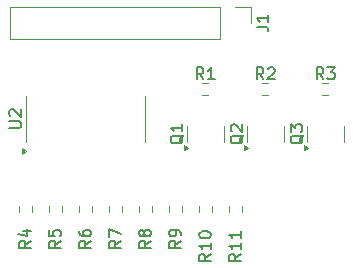
<source format=gbr>
%TF.GenerationSoftware,KiCad,Pcbnew,8.0.8*%
%TF.CreationDate,2025-02-24T20:51:07+00:00*%
%TF.ProjectId,7-segment,372d7365-676d-4656-9e74-2e6b69636164,rev?*%
%TF.SameCoordinates,Original*%
%TF.FileFunction,Legend,Top*%
%TF.FilePolarity,Positive*%
%FSLAX46Y46*%
G04 Gerber Fmt 4.6, Leading zero omitted, Abs format (unit mm)*
G04 Created by KiCad (PCBNEW 8.0.8) date 2025-02-24 20:51:07*
%MOMM*%
%LPD*%
G01*
G04 APERTURE LIST*
%ADD10C,0.150000*%
%ADD11C,0.120000*%
G04 APERTURE END LIST*
D10*
X119213333Y-41094819D02*
X118880000Y-40618628D01*
X118641905Y-41094819D02*
X118641905Y-40094819D01*
X118641905Y-40094819D02*
X119022857Y-40094819D01*
X119022857Y-40094819D02*
X119118095Y-40142438D01*
X119118095Y-40142438D02*
X119165714Y-40190057D01*
X119165714Y-40190057D02*
X119213333Y-40285295D01*
X119213333Y-40285295D02*
X119213333Y-40428152D01*
X119213333Y-40428152D02*
X119165714Y-40523390D01*
X119165714Y-40523390D02*
X119118095Y-40571009D01*
X119118095Y-40571009D02*
X119022857Y-40618628D01*
X119022857Y-40618628D02*
X118641905Y-40618628D01*
X119594286Y-40190057D02*
X119641905Y-40142438D01*
X119641905Y-40142438D02*
X119737143Y-40094819D01*
X119737143Y-40094819D02*
X119975238Y-40094819D01*
X119975238Y-40094819D02*
X120070476Y-40142438D01*
X120070476Y-40142438D02*
X120118095Y-40190057D01*
X120118095Y-40190057D02*
X120165714Y-40285295D01*
X120165714Y-40285295D02*
X120165714Y-40380533D01*
X120165714Y-40380533D02*
X120118095Y-40523390D01*
X120118095Y-40523390D02*
X119546667Y-41094819D01*
X119546667Y-41094819D02*
X120165714Y-41094819D01*
X102054819Y-54776666D02*
X101578628Y-55109999D01*
X102054819Y-55348094D02*
X101054819Y-55348094D01*
X101054819Y-55348094D02*
X101054819Y-54967142D01*
X101054819Y-54967142D02*
X101102438Y-54871904D01*
X101102438Y-54871904D02*
X101150057Y-54824285D01*
X101150057Y-54824285D02*
X101245295Y-54776666D01*
X101245295Y-54776666D02*
X101388152Y-54776666D01*
X101388152Y-54776666D02*
X101483390Y-54824285D01*
X101483390Y-54824285D02*
X101531009Y-54871904D01*
X101531009Y-54871904D02*
X101578628Y-54967142D01*
X101578628Y-54967142D02*
X101578628Y-55348094D01*
X101054819Y-53871904D02*
X101054819Y-54348094D01*
X101054819Y-54348094D02*
X101531009Y-54395713D01*
X101531009Y-54395713D02*
X101483390Y-54348094D01*
X101483390Y-54348094D02*
X101435771Y-54252856D01*
X101435771Y-54252856D02*
X101435771Y-54014761D01*
X101435771Y-54014761D02*
X101483390Y-53919523D01*
X101483390Y-53919523D02*
X101531009Y-53871904D01*
X101531009Y-53871904D02*
X101626247Y-53824285D01*
X101626247Y-53824285D02*
X101864342Y-53824285D01*
X101864342Y-53824285D02*
X101959580Y-53871904D01*
X101959580Y-53871904D02*
X102007200Y-53919523D01*
X102007200Y-53919523D02*
X102054819Y-54014761D01*
X102054819Y-54014761D02*
X102054819Y-54252856D01*
X102054819Y-54252856D02*
X102007200Y-54348094D01*
X102007200Y-54348094D02*
X101959580Y-54395713D01*
X117530057Y-45815238D02*
X117482438Y-45910476D01*
X117482438Y-45910476D02*
X117387200Y-46005714D01*
X117387200Y-46005714D02*
X117244342Y-46148571D01*
X117244342Y-46148571D02*
X117196723Y-46243809D01*
X117196723Y-46243809D02*
X117196723Y-46339047D01*
X117434819Y-46291428D02*
X117387200Y-46386666D01*
X117387200Y-46386666D02*
X117291961Y-46481904D01*
X117291961Y-46481904D02*
X117101485Y-46529523D01*
X117101485Y-46529523D02*
X116768152Y-46529523D01*
X116768152Y-46529523D02*
X116577676Y-46481904D01*
X116577676Y-46481904D02*
X116482438Y-46386666D01*
X116482438Y-46386666D02*
X116434819Y-46291428D01*
X116434819Y-46291428D02*
X116434819Y-46100952D01*
X116434819Y-46100952D02*
X116482438Y-46005714D01*
X116482438Y-46005714D02*
X116577676Y-45910476D01*
X116577676Y-45910476D02*
X116768152Y-45862857D01*
X116768152Y-45862857D02*
X117101485Y-45862857D01*
X117101485Y-45862857D02*
X117291961Y-45910476D01*
X117291961Y-45910476D02*
X117387200Y-46005714D01*
X117387200Y-46005714D02*
X117434819Y-46100952D01*
X117434819Y-46100952D02*
X117434819Y-46291428D01*
X116530057Y-45481904D02*
X116482438Y-45434285D01*
X116482438Y-45434285D02*
X116434819Y-45339047D01*
X116434819Y-45339047D02*
X116434819Y-45100952D01*
X116434819Y-45100952D02*
X116482438Y-45005714D01*
X116482438Y-45005714D02*
X116530057Y-44958095D01*
X116530057Y-44958095D02*
X116625295Y-44910476D01*
X116625295Y-44910476D02*
X116720533Y-44910476D01*
X116720533Y-44910476D02*
X116863390Y-44958095D01*
X116863390Y-44958095D02*
X117434819Y-45529523D01*
X117434819Y-45529523D02*
X117434819Y-44910476D01*
X114133333Y-41094819D02*
X113800000Y-40618628D01*
X113561905Y-41094819D02*
X113561905Y-40094819D01*
X113561905Y-40094819D02*
X113942857Y-40094819D01*
X113942857Y-40094819D02*
X114038095Y-40142438D01*
X114038095Y-40142438D02*
X114085714Y-40190057D01*
X114085714Y-40190057D02*
X114133333Y-40285295D01*
X114133333Y-40285295D02*
X114133333Y-40428152D01*
X114133333Y-40428152D02*
X114085714Y-40523390D01*
X114085714Y-40523390D02*
X114038095Y-40571009D01*
X114038095Y-40571009D02*
X113942857Y-40618628D01*
X113942857Y-40618628D02*
X113561905Y-40618628D01*
X115085714Y-41094819D02*
X114514286Y-41094819D01*
X114800000Y-41094819D02*
X114800000Y-40094819D01*
X114800000Y-40094819D02*
X114704762Y-40237676D01*
X114704762Y-40237676D02*
X114609524Y-40332914D01*
X114609524Y-40332914D02*
X114514286Y-40380533D01*
X124293333Y-41094819D02*
X123960000Y-40618628D01*
X123721905Y-41094819D02*
X123721905Y-40094819D01*
X123721905Y-40094819D02*
X124102857Y-40094819D01*
X124102857Y-40094819D02*
X124198095Y-40142438D01*
X124198095Y-40142438D02*
X124245714Y-40190057D01*
X124245714Y-40190057D02*
X124293333Y-40285295D01*
X124293333Y-40285295D02*
X124293333Y-40428152D01*
X124293333Y-40428152D02*
X124245714Y-40523390D01*
X124245714Y-40523390D02*
X124198095Y-40571009D01*
X124198095Y-40571009D02*
X124102857Y-40618628D01*
X124102857Y-40618628D02*
X123721905Y-40618628D01*
X124626667Y-40094819D02*
X125245714Y-40094819D01*
X125245714Y-40094819D02*
X124912381Y-40475771D01*
X124912381Y-40475771D02*
X125055238Y-40475771D01*
X125055238Y-40475771D02*
X125150476Y-40523390D01*
X125150476Y-40523390D02*
X125198095Y-40571009D01*
X125198095Y-40571009D02*
X125245714Y-40666247D01*
X125245714Y-40666247D02*
X125245714Y-40904342D01*
X125245714Y-40904342D02*
X125198095Y-40999580D01*
X125198095Y-40999580D02*
X125150476Y-41047200D01*
X125150476Y-41047200D02*
X125055238Y-41094819D01*
X125055238Y-41094819D02*
X124769524Y-41094819D01*
X124769524Y-41094819D02*
X124674286Y-41047200D01*
X124674286Y-41047200D02*
X124626667Y-40999580D01*
X114754819Y-55887857D02*
X114278628Y-56221190D01*
X114754819Y-56459285D02*
X113754819Y-56459285D01*
X113754819Y-56459285D02*
X113754819Y-56078333D01*
X113754819Y-56078333D02*
X113802438Y-55983095D01*
X113802438Y-55983095D02*
X113850057Y-55935476D01*
X113850057Y-55935476D02*
X113945295Y-55887857D01*
X113945295Y-55887857D02*
X114088152Y-55887857D01*
X114088152Y-55887857D02*
X114183390Y-55935476D01*
X114183390Y-55935476D02*
X114231009Y-55983095D01*
X114231009Y-55983095D02*
X114278628Y-56078333D01*
X114278628Y-56078333D02*
X114278628Y-56459285D01*
X114754819Y-54935476D02*
X114754819Y-55506904D01*
X114754819Y-55221190D02*
X113754819Y-55221190D01*
X113754819Y-55221190D02*
X113897676Y-55316428D01*
X113897676Y-55316428D02*
X113992914Y-55411666D01*
X113992914Y-55411666D02*
X114040533Y-55506904D01*
X113754819Y-54316428D02*
X113754819Y-54221190D01*
X113754819Y-54221190D02*
X113802438Y-54125952D01*
X113802438Y-54125952D02*
X113850057Y-54078333D01*
X113850057Y-54078333D02*
X113945295Y-54030714D01*
X113945295Y-54030714D02*
X114135771Y-53983095D01*
X114135771Y-53983095D02*
X114373866Y-53983095D01*
X114373866Y-53983095D02*
X114564342Y-54030714D01*
X114564342Y-54030714D02*
X114659580Y-54078333D01*
X114659580Y-54078333D02*
X114707200Y-54125952D01*
X114707200Y-54125952D02*
X114754819Y-54221190D01*
X114754819Y-54221190D02*
X114754819Y-54316428D01*
X114754819Y-54316428D02*
X114707200Y-54411666D01*
X114707200Y-54411666D02*
X114659580Y-54459285D01*
X114659580Y-54459285D02*
X114564342Y-54506904D01*
X114564342Y-54506904D02*
X114373866Y-54554523D01*
X114373866Y-54554523D02*
X114135771Y-54554523D01*
X114135771Y-54554523D02*
X113945295Y-54506904D01*
X113945295Y-54506904D02*
X113850057Y-54459285D01*
X113850057Y-54459285D02*
X113802438Y-54411666D01*
X113802438Y-54411666D02*
X113754819Y-54316428D01*
X117294819Y-55887857D02*
X116818628Y-56221190D01*
X117294819Y-56459285D02*
X116294819Y-56459285D01*
X116294819Y-56459285D02*
X116294819Y-56078333D01*
X116294819Y-56078333D02*
X116342438Y-55983095D01*
X116342438Y-55983095D02*
X116390057Y-55935476D01*
X116390057Y-55935476D02*
X116485295Y-55887857D01*
X116485295Y-55887857D02*
X116628152Y-55887857D01*
X116628152Y-55887857D02*
X116723390Y-55935476D01*
X116723390Y-55935476D02*
X116771009Y-55983095D01*
X116771009Y-55983095D02*
X116818628Y-56078333D01*
X116818628Y-56078333D02*
X116818628Y-56459285D01*
X117294819Y-54935476D02*
X117294819Y-55506904D01*
X117294819Y-55221190D02*
X116294819Y-55221190D01*
X116294819Y-55221190D02*
X116437676Y-55316428D01*
X116437676Y-55316428D02*
X116532914Y-55411666D01*
X116532914Y-55411666D02*
X116580533Y-55506904D01*
X117294819Y-53983095D02*
X117294819Y-54554523D01*
X117294819Y-54268809D02*
X116294819Y-54268809D01*
X116294819Y-54268809D02*
X116437676Y-54364047D01*
X116437676Y-54364047D02*
X116532914Y-54459285D01*
X116532914Y-54459285D02*
X116580533Y-54554523D01*
X107134819Y-54776666D02*
X106658628Y-55109999D01*
X107134819Y-55348094D02*
X106134819Y-55348094D01*
X106134819Y-55348094D02*
X106134819Y-54967142D01*
X106134819Y-54967142D02*
X106182438Y-54871904D01*
X106182438Y-54871904D02*
X106230057Y-54824285D01*
X106230057Y-54824285D02*
X106325295Y-54776666D01*
X106325295Y-54776666D02*
X106468152Y-54776666D01*
X106468152Y-54776666D02*
X106563390Y-54824285D01*
X106563390Y-54824285D02*
X106611009Y-54871904D01*
X106611009Y-54871904D02*
X106658628Y-54967142D01*
X106658628Y-54967142D02*
X106658628Y-55348094D01*
X106134819Y-54443332D02*
X106134819Y-53776666D01*
X106134819Y-53776666D02*
X107134819Y-54205237D01*
X122610057Y-45815238D02*
X122562438Y-45910476D01*
X122562438Y-45910476D02*
X122467200Y-46005714D01*
X122467200Y-46005714D02*
X122324342Y-46148571D01*
X122324342Y-46148571D02*
X122276723Y-46243809D01*
X122276723Y-46243809D02*
X122276723Y-46339047D01*
X122514819Y-46291428D02*
X122467200Y-46386666D01*
X122467200Y-46386666D02*
X122371961Y-46481904D01*
X122371961Y-46481904D02*
X122181485Y-46529523D01*
X122181485Y-46529523D02*
X121848152Y-46529523D01*
X121848152Y-46529523D02*
X121657676Y-46481904D01*
X121657676Y-46481904D02*
X121562438Y-46386666D01*
X121562438Y-46386666D02*
X121514819Y-46291428D01*
X121514819Y-46291428D02*
X121514819Y-46100952D01*
X121514819Y-46100952D02*
X121562438Y-46005714D01*
X121562438Y-46005714D02*
X121657676Y-45910476D01*
X121657676Y-45910476D02*
X121848152Y-45862857D01*
X121848152Y-45862857D02*
X122181485Y-45862857D01*
X122181485Y-45862857D02*
X122371961Y-45910476D01*
X122371961Y-45910476D02*
X122467200Y-46005714D01*
X122467200Y-46005714D02*
X122514819Y-46100952D01*
X122514819Y-46100952D02*
X122514819Y-46291428D01*
X121514819Y-45529523D02*
X121514819Y-44910476D01*
X121514819Y-44910476D02*
X121895771Y-45243809D01*
X121895771Y-45243809D02*
X121895771Y-45100952D01*
X121895771Y-45100952D02*
X121943390Y-45005714D01*
X121943390Y-45005714D02*
X121991009Y-44958095D01*
X121991009Y-44958095D02*
X122086247Y-44910476D01*
X122086247Y-44910476D02*
X122324342Y-44910476D01*
X122324342Y-44910476D02*
X122419580Y-44958095D01*
X122419580Y-44958095D02*
X122467200Y-45005714D01*
X122467200Y-45005714D02*
X122514819Y-45100952D01*
X122514819Y-45100952D02*
X122514819Y-45386666D01*
X122514819Y-45386666D02*
X122467200Y-45481904D01*
X122467200Y-45481904D02*
X122419580Y-45529523D01*
X104594819Y-54776666D02*
X104118628Y-55109999D01*
X104594819Y-55348094D02*
X103594819Y-55348094D01*
X103594819Y-55348094D02*
X103594819Y-54967142D01*
X103594819Y-54967142D02*
X103642438Y-54871904D01*
X103642438Y-54871904D02*
X103690057Y-54824285D01*
X103690057Y-54824285D02*
X103785295Y-54776666D01*
X103785295Y-54776666D02*
X103928152Y-54776666D01*
X103928152Y-54776666D02*
X104023390Y-54824285D01*
X104023390Y-54824285D02*
X104071009Y-54871904D01*
X104071009Y-54871904D02*
X104118628Y-54967142D01*
X104118628Y-54967142D02*
X104118628Y-55348094D01*
X103594819Y-53919523D02*
X103594819Y-54109999D01*
X103594819Y-54109999D02*
X103642438Y-54205237D01*
X103642438Y-54205237D02*
X103690057Y-54252856D01*
X103690057Y-54252856D02*
X103832914Y-54348094D01*
X103832914Y-54348094D02*
X104023390Y-54395713D01*
X104023390Y-54395713D02*
X104404342Y-54395713D01*
X104404342Y-54395713D02*
X104499580Y-54348094D01*
X104499580Y-54348094D02*
X104547200Y-54300475D01*
X104547200Y-54300475D02*
X104594819Y-54205237D01*
X104594819Y-54205237D02*
X104594819Y-54014761D01*
X104594819Y-54014761D02*
X104547200Y-53919523D01*
X104547200Y-53919523D02*
X104499580Y-53871904D01*
X104499580Y-53871904D02*
X104404342Y-53824285D01*
X104404342Y-53824285D02*
X104166247Y-53824285D01*
X104166247Y-53824285D02*
X104071009Y-53871904D01*
X104071009Y-53871904D02*
X104023390Y-53919523D01*
X104023390Y-53919523D02*
X103975771Y-54014761D01*
X103975771Y-54014761D02*
X103975771Y-54205237D01*
X103975771Y-54205237D02*
X104023390Y-54300475D01*
X104023390Y-54300475D02*
X104071009Y-54348094D01*
X104071009Y-54348094D02*
X104166247Y-54395713D01*
X112214819Y-54776666D02*
X111738628Y-55109999D01*
X112214819Y-55348094D02*
X111214819Y-55348094D01*
X111214819Y-55348094D02*
X111214819Y-54967142D01*
X111214819Y-54967142D02*
X111262438Y-54871904D01*
X111262438Y-54871904D02*
X111310057Y-54824285D01*
X111310057Y-54824285D02*
X111405295Y-54776666D01*
X111405295Y-54776666D02*
X111548152Y-54776666D01*
X111548152Y-54776666D02*
X111643390Y-54824285D01*
X111643390Y-54824285D02*
X111691009Y-54871904D01*
X111691009Y-54871904D02*
X111738628Y-54967142D01*
X111738628Y-54967142D02*
X111738628Y-55348094D01*
X112214819Y-54300475D02*
X112214819Y-54109999D01*
X112214819Y-54109999D02*
X112167200Y-54014761D01*
X112167200Y-54014761D02*
X112119580Y-53967142D01*
X112119580Y-53967142D02*
X111976723Y-53871904D01*
X111976723Y-53871904D02*
X111786247Y-53824285D01*
X111786247Y-53824285D02*
X111405295Y-53824285D01*
X111405295Y-53824285D02*
X111310057Y-53871904D01*
X111310057Y-53871904D02*
X111262438Y-53919523D01*
X111262438Y-53919523D02*
X111214819Y-54014761D01*
X111214819Y-54014761D02*
X111214819Y-54205237D01*
X111214819Y-54205237D02*
X111262438Y-54300475D01*
X111262438Y-54300475D02*
X111310057Y-54348094D01*
X111310057Y-54348094D02*
X111405295Y-54395713D01*
X111405295Y-54395713D02*
X111643390Y-54395713D01*
X111643390Y-54395713D02*
X111738628Y-54348094D01*
X111738628Y-54348094D02*
X111786247Y-54300475D01*
X111786247Y-54300475D02*
X111833866Y-54205237D01*
X111833866Y-54205237D02*
X111833866Y-54014761D01*
X111833866Y-54014761D02*
X111786247Y-53919523D01*
X111786247Y-53919523D02*
X111738628Y-53871904D01*
X111738628Y-53871904D02*
X111643390Y-53824285D01*
X109674819Y-54776666D02*
X109198628Y-55109999D01*
X109674819Y-55348094D02*
X108674819Y-55348094D01*
X108674819Y-55348094D02*
X108674819Y-54967142D01*
X108674819Y-54967142D02*
X108722438Y-54871904D01*
X108722438Y-54871904D02*
X108770057Y-54824285D01*
X108770057Y-54824285D02*
X108865295Y-54776666D01*
X108865295Y-54776666D02*
X109008152Y-54776666D01*
X109008152Y-54776666D02*
X109103390Y-54824285D01*
X109103390Y-54824285D02*
X109151009Y-54871904D01*
X109151009Y-54871904D02*
X109198628Y-54967142D01*
X109198628Y-54967142D02*
X109198628Y-55348094D01*
X109103390Y-54205237D02*
X109055771Y-54300475D01*
X109055771Y-54300475D02*
X109008152Y-54348094D01*
X109008152Y-54348094D02*
X108912914Y-54395713D01*
X108912914Y-54395713D02*
X108865295Y-54395713D01*
X108865295Y-54395713D02*
X108770057Y-54348094D01*
X108770057Y-54348094D02*
X108722438Y-54300475D01*
X108722438Y-54300475D02*
X108674819Y-54205237D01*
X108674819Y-54205237D02*
X108674819Y-54014761D01*
X108674819Y-54014761D02*
X108722438Y-53919523D01*
X108722438Y-53919523D02*
X108770057Y-53871904D01*
X108770057Y-53871904D02*
X108865295Y-53824285D01*
X108865295Y-53824285D02*
X108912914Y-53824285D01*
X108912914Y-53824285D02*
X109008152Y-53871904D01*
X109008152Y-53871904D02*
X109055771Y-53919523D01*
X109055771Y-53919523D02*
X109103390Y-54014761D01*
X109103390Y-54014761D02*
X109103390Y-54205237D01*
X109103390Y-54205237D02*
X109151009Y-54300475D01*
X109151009Y-54300475D02*
X109198628Y-54348094D01*
X109198628Y-54348094D02*
X109293866Y-54395713D01*
X109293866Y-54395713D02*
X109484342Y-54395713D01*
X109484342Y-54395713D02*
X109579580Y-54348094D01*
X109579580Y-54348094D02*
X109627200Y-54300475D01*
X109627200Y-54300475D02*
X109674819Y-54205237D01*
X109674819Y-54205237D02*
X109674819Y-54014761D01*
X109674819Y-54014761D02*
X109627200Y-53919523D01*
X109627200Y-53919523D02*
X109579580Y-53871904D01*
X109579580Y-53871904D02*
X109484342Y-53824285D01*
X109484342Y-53824285D02*
X109293866Y-53824285D01*
X109293866Y-53824285D02*
X109198628Y-53871904D01*
X109198628Y-53871904D02*
X109151009Y-53919523D01*
X109151009Y-53919523D02*
X109103390Y-54014761D01*
X118624819Y-36655333D02*
X119339104Y-36655333D01*
X119339104Y-36655333D02*
X119481961Y-36702952D01*
X119481961Y-36702952D02*
X119577200Y-36798190D01*
X119577200Y-36798190D02*
X119624819Y-36941047D01*
X119624819Y-36941047D02*
X119624819Y-37036285D01*
X119624819Y-35655333D02*
X119624819Y-36226761D01*
X119624819Y-35941047D02*
X118624819Y-35941047D01*
X118624819Y-35941047D02*
X118767676Y-36036285D01*
X118767676Y-36036285D02*
X118862914Y-36131523D01*
X118862914Y-36131523D02*
X118910533Y-36226761D01*
X99514819Y-54776666D02*
X99038628Y-55109999D01*
X99514819Y-55348094D02*
X98514819Y-55348094D01*
X98514819Y-55348094D02*
X98514819Y-54967142D01*
X98514819Y-54967142D02*
X98562438Y-54871904D01*
X98562438Y-54871904D02*
X98610057Y-54824285D01*
X98610057Y-54824285D02*
X98705295Y-54776666D01*
X98705295Y-54776666D02*
X98848152Y-54776666D01*
X98848152Y-54776666D02*
X98943390Y-54824285D01*
X98943390Y-54824285D02*
X98991009Y-54871904D01*
X98991009Y-54871904D02*
X99038628Y-54967142D01*
X99038628Y-54967142D02*
X99038628Y-55348094D01*
X98848152Y-53919523D02*
X99514819Y-53919523D01*
X98467200Y-54157618D02*
X99181485Y-54395713D01*
X99181485Y-54395713D02*
X99181485Y-53776666D01*
X112450057Y-45815238D02*
X112402438Y-45910476D01*
X112402438Y-45910476D02*
X112307200Y-46005714D01*
X112307200Y-46005714D02*
X112164342Y-46148571D01*
X112164342Y-46148571D02*
X112116723Y-46243809D01*
X112116723Y-46243809D02*
X112116723Y-46339047D01*
X112354819Y-46291428D02*
X112307200Y-46386666D01*
X112307200Y-46386666D02*
X112211961Y-46481904D01*
X112211961Y-46481904D02*
X112021485Y-46529523D01*
X112021485Y-46529523D02*
X111688152Y-46529523D01*
X111688152Y-46529523D02*
X111497676Y-46481904D01*
X111497676Y-46481904D02*
X111402438Y-46386666D01*
X111402438Y-46386666D02*
X111354819Y-46291428D01*
X111354819Y-46291428D02*
X111354819Y-46100952D01*
X111354819Y-46100952D02*
X111402438Y-46005714D01*
X111402438Y-46005714D02*
X111497676Y-45910476D01*
X111497676Y-45910476D02*
X111688152Y-45862857D01*
X111688152Y-45862857D02*
X112021485Y-45862857D01*
X112021485Y-45862857D02*
X112211961Y-45910476D01*
X112211961Y-45910476D02*
X112307200Y-46005714D01*
X112307200Y-46005714D02*
X112354819Y-46100952D01*
X112354819Y-46100952D02*
X112354819Y-46291428D01*
X112354819Y-44910476D02*
X112354819Y-45481904D01*
X112354819Y-45196190D02*
X111354819Y-45196190D01*
X111354819Y-45196190D02*
X111497676Y-45291428D01*
X111497676Y-45291428D02*
X111592914Y-45386666D01*
X111592914Y-45386666D02*
X111640533Y-45481904D01*
X97694819Y-45211904D02*
X98504342Y-45211904D01*
X98504342Y-45211904D02*
X98599580Y-45164285D01*
X98599580Y-45164285D02*
X98647200Y-45116666D01*
X98647200Y-45116666D02*
X98694819Y-45021428D01*
X98694819Y-45021428D02*
X98694819Y-44830952D01*
X98694819Y-44830952D02*
X98647200Y-44735714D01*
X98647200Y-44735714D02*
X98599580Y-44688095D01*
X98599580Y-44688095D02*
X98504342Y-44640476D01*
X98504342Y-44640476D02*
X97694819Y-44640476D01*
X97790057Y-44211904D02*
X97742438Y-44164285D01*
X97742438Y-44164285D02*
X97694819Y-44069047D01*
X97694819Y-44069047D02*
X97694819Y-43830952D01*
X97694819Y-43830952D02*
X97742438Y-43735714D01*
X97742438Y-43735714D02*
X97790057Y-43688095D01*
X97790057Y-43688095D02*
X97885295Y-43640476D01*
X97885295Y-43640476D02*
X97980533Y-43640476D01*
X97980533Y-43640476D02*
X98123390Y-43688095D01*
X98123390Y-43688095D02*
X98694819Y-44259523D01*
X98694819Y-44259523D02*
X98694819Y-43640476D01*
D11*
%TO.C,R2*%
X119634724Y-41387500D02*
X119125276Y-41387500D01*
X119634724Y-42432500D02*
X119125276Y-42432500D01*
%TO.C,R5*%
X101077500Y-52324724D02*
X101077500Y-51815276D01*
X102122500Y-52324724D02*
X102122500Y-51815276D01*
%TO.C,Q2*%
X117820000Y-45720000D02*
X117820000Y-45070000D01*
X117820000Y-45720000D02*
X117820000Y-46370000D01*
X120940000Y-45720000D02*
X120940000Y-45070000D01*
X120940000Y-45720000D02*
X120940000Y-46370000D01*
X117870000Y-46882500D02*
X117540000Y-47122500D01*
X117540000Y-46642500D01*
X117870000Y-46882500D01*
G36*
X117870000Y-46882500D02*
G01*
X117540000Y-47122500D01*
X117540000Y-46642500D01*
X117870000Y-46882500D01*
G37*
%TO.C,R1*%
X114554724Y-41387500D02*
X114045276Y-41387500D01*
X114554724Y-42432500D02*
X114045276Y-42432500D01*
%TO.C,R3*%
X124714724Y-41387500D02*
X124205276Y-41387500D01*
X124714724Y-42432500D02*
X124205276Y-42432500D01*
%TO.C,R10*%
X113777500Y-52324724D02*
X113777500Y-51815276D01*
X114822500Y-52324724D02*
X114822500Y-51815276D01*
%TO.C,R11*%
X116317500Y-52324724D02*
X116317500Y-51815276D01*
X117362500Y-52324724D02*
X117362500Y-51815276D01*
%TO.C,R7*%
X106157500Y-52324724D02*
X106157500Y-51815276D01*
X107202500Y-52324724D02*
X107202500Y-51815276D01*
%TO.C,Q3*%
X122900000Y-45720000D02*
X122900000Y-45070000D01*
X122900000Y-45720000D02*
X122900000Y-46370000D01*
X126020000Y-45720000D02*
X126020000Y-45070000D01*
X126020000Y-45720000D02*
X126020000Y-46370000D01*
X122950000Y-46882500D02*
X122620000Y-47122500D01*
X122620000Y-46642500D01*
X122950000Y-46882500D01*
G36*
X122950000Y-46882500D02*
G01*
X122620000Y-47122500D01*
X122620000Y-46642500D01*
X122950000Y-46882500D01*
G37*
%TO.C,R6*%
X103617500Y-52324724D02*
X103617500Y-51815276D01*
X104662500Y-52324724D02*
X104662500Y-51815276D01*
%TO.C,R9*%
X111237500Y-52324724D02*
X111237500Y-51815276D01*
X112282500Y-52324724D02*
X112282500Y-51815276D01*
%TO.C,R8*%
X108697500Y-52324724D02*
X108697500Y-51815276D01*
X109742500Y-52324724D02*
X109742500Y-51815276D01*
%TO.C,J1*%
X97730000Y-34992000D02*
X97730000Y-37652000D01*
X115570000Y-34992000D02*
X97730000Y-34992000D01*
X115570000Y-34992000D02*
X115570000Y-37652000D01*
X115570000Y-37652000D02*
X97730000Y-37652000D01*
X116840000Y-34992000D02*
X118170000Y-34992000D01*
X118170000Y-34992000D02*
X118170000Y-36322000D01*
%TO.C,R4*%
X98537500Y-52324724D02*
X98537500Y-51815276D01*
X99582500Y-52324724D02*
X99582500Y-51815276D01*
%TO.C,Q1*%
X112740000Y-45720000D02*
X112740000Y-45070000D01*
X112740000Y-45720000D02*
X112740000Y-46370000D01*
X115860000Y-45720000D02*
X115860000Y-45070000D01*
X115860000Y-45720000D02*
X115860000Y-46370000D01*
X112790000Y-46882500D02*
X112460000Y-47122500D01*
X112460000Y-46642500D01*
X112790000Y-46882500D01*
G36*
X112790000Y-46882500D02*
G01*
X112460000Y-47122500D01*
X112460000Y-46642500D01*
X112790000Y-46882500D01*
G37*
%TO.C,U2*%
X99080000Y-44450000D02*
X99080000Y-42500000D01*
X99080000Y-44450000D02*
X99080000Y-46400000D01*
X109200000Y-44450000D02*
X109200000Y-42500000D01*
X109200000Y-44450000D02*
X109200000Y-46400000D01*
X99135000Y-47175000D02*
X98805000Y-47415000D01*
X98805000Y-46935000D01*
X99135000Y-47175000D01*
G36*
X99135000Y-47175000D02*
G01*
X98805000Y-47415000D01*
X98805000Y-46935000D01*
X99135000Y-47175000D01*
G37*
%TD*%
M02*

</source>
